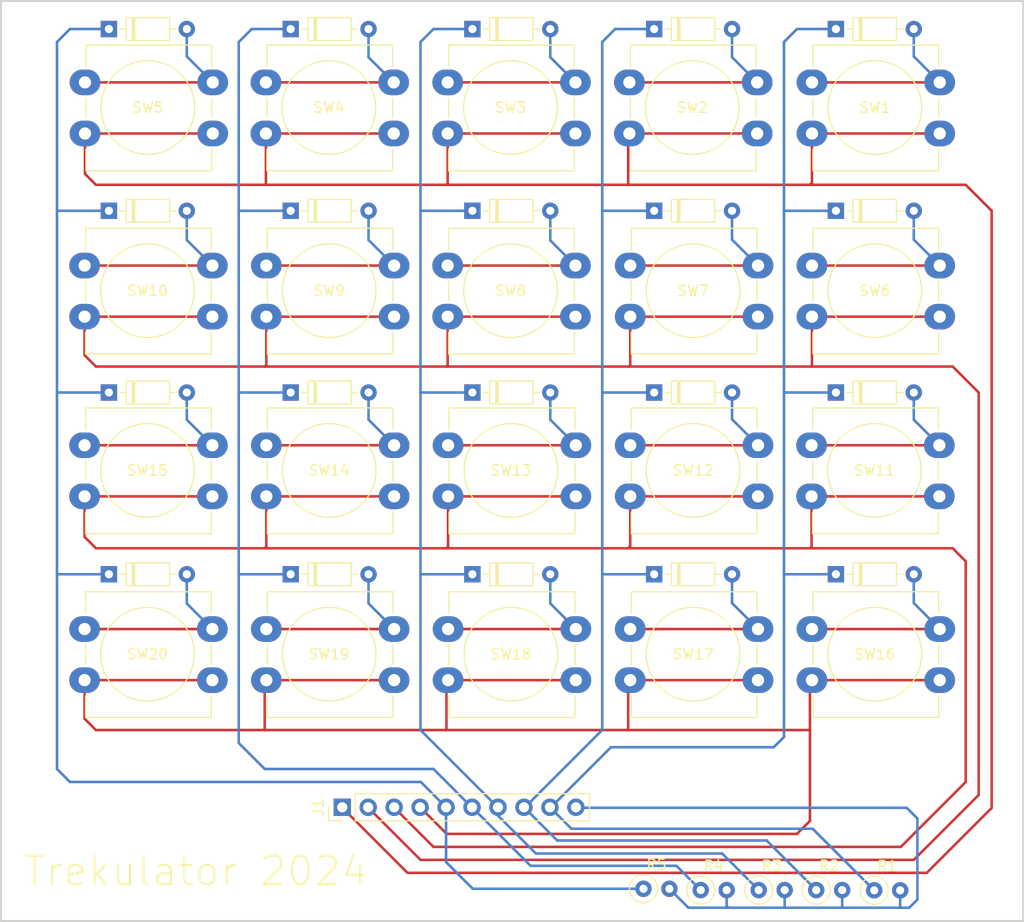
<source format=kicad_pcb>
(kicad_pcb (version 20221018) (generator pcbnew)
  (layers (0 "F.Cu" signal) (31 "B.Cu" signal) (34 "B.Paste" user) (35 "F.Paste" user) (36 "B.SilkS" user "B.Silkscreen") (37 "F.SilkS" user "F.Silkscreen") (38 "B.Mask" user) (39 "F.Mask" user) (44 "Edge.Cuts" user))
  (net 0 "")
  (net 1 "Net-(J1-Pin_1)")
  (net 2 "Net-(J1-Pin_2)")
  (net 3 "Net-(J1-Pin_3)")
  (net 4 "Net-(J1-Pin_4)")
  (net 5 "Net-(D1-K)")
  (net 6 "Net-(D1-A)")
  (net 7 "Net-(D2-A)")
  (net 8 "Net-(D3-A)")
  (net 9 "Net-(D4-A)")
  (net 10 "Net-(D5-K)")
  (net 11 "Net-(D5-A)")
  (net 12 "Net-(D6-A)")
  (net 13 "Net-(D7-A)")
  (net 14 "Net-(D8-A)")
  (net 15 "Net-(D10-K)")
  (net 16 "Net-(D9-A)")
  (net 17 "Net-(D10-A)")
  (net 18 "Net-(D11-A)")
  (net 19 "Net-(D12-A)")
  (net 20 "Net-(D13-K)")
  (net 21 "Net-(D13-A)")
  (net 22 "Net-(D14-A)")
  (net 23 "Net-(D15-A)")
  (net 24 "Net-(D16-A)")
  (net 25 "Net-(D17-K)")
  (net 26 "Net-(D17-A)")
  (net 27 "Net-(D18-A)")
  (net 28 "Net-(D19-A)")
  (net 29 "Net-(D20-A)")
  (net 30 "Net-(J1-Pin_10)")
  (footprint "Resistor_THT:R_Axial_DIN0207_L6.3mm_D2.5mm_P2.54mm_Vertical" (layer "F.Cu") (at 204.125 111.975)
    (fp_text reference "R3" (at 1.27 -2.37) (layer "F.SilkS"))
    (fp_text value "R_Small" hide)
    (pad "1" thru_hole circle (at 0 0) (size 1.6 1.6) (drill 0.8) (layers "*.Cu" "*.Mask") (net 15 "Net-(D10-K)"))
    (pad "2" thru_hole oval (at 2.54 0) (size 1.6 1.6) (drill 0.8) (layers "*.Cu" "*.Mask") (net 30 "Net-(J1-Pin_10)"))
  )
  (footprint "Button_Switch_THT:SW_PUSH-12mm_Wuerth-430476085716" (layer "F.Cu") (at 204.055 55.88 180)
    (fp_text reference "SW7" (at 6.35 2.54) (layer "F.SilkS"))
    (fp_text value "2-4" hide)
    (pad "1" thru_hole oval (at 0 0 180) (size 3 2.5) (drill 1.2) (layers "*.Cu" "*.Mask") (net 2 "Net-(J1-Pin_2)"))
    (pad "1" thru_hole oval (at 12.5 0 180) (size 3 2.5) (drill 1.2) (layers "*.Cu" "*.Mask") (net 2 "Net-(J1-Pin_2)"))
    (pad "2" thru_hole oval (at 0 5 180) (size 3 2.5) (drill 1.2) (layers "*.Cu" "*.Mask") (net 12 "Net-(D6-A)"))
    (pad "2" thru_hole oval (at 12.5 5 180) (size 3 2.5) (drill 1.2) (layers "*.Cu" "*.Mask") (net 12 "Net-(D6-A)"))
  )
  (footprint "Button_Switch_THT:SW_PUSH-12mm_Wuerth-430476085716" (layer "F.Cu") (at 186.195 55.88 180)
    (fp_text reference "SW8" (at 6.35 2.54) (layer "F.SilkS"))
    (fp_text value "2-3" hide)
    (pad "1" thru_hole oval (at 0 0 180) (size 3 2.5) (drill 1.2) (layers "*.Cu" "*.Mask") (net 2 "Net-(J1-Pin_2)"))
    (pad "1" thru_hole oval (at 12.5 0 180) (size 3 2.5) (drill 1.2) (layers "*.Cu" "*.Mask") (net 2 "Net-(J1-Pin_2)"))
    (pad "2" thru_hole oval (at 0 5 180) (size 3 2.5) (drill 1.2) (layers "*.Cu" "*.Mask") (net 17 "Net-(D10-A)"))
    (pad "2" thru_hole oval (at 12.5 5 180) (size 3 2.5) (drill 1.2) (layers "*.Cu" "*.Mask") (net 17 "Net-(D10-A)"))
  )
  (footprint "Diode_THT:D_DO-35_SOD27_P7.62mm_Horizontal" (layer "F.Cu") (at 140.555 27.74)
    (fp_text reference "D17" hide)
    (fp_text value "1N4148" hide)
    (pad "1" thru_hole rect (at 0 0) (size 1.6 1.6) (drill 0.8) (layers "*.Cu" "*.Mask") (net 25 "Net-(D17-K)"))
    (pad "2" thru_hole oval (at 7.62 0) (size 1.6 1.6) (drill 0.8) (layers "*.Cu" "*.Mask") (net 26 "Net-(D17-A)"))
  )
  (footprint "Diode_THT:D_DO-35_SOD27_P7.62mm_Horizontal" (layer "F.Cu") (at 158.335 45.52)
    (fp_text reference "D14" hide)
    (fp_text value "1N4148" hide)
    (pad "1" thru_hole rect (at 0 0) (size 1.6 1.6) (drill 0.8) (layers "*.Cu" "*.Mask") (net 20 "Net-(D13-K)"))
    (pad "2" thru_hole oval (at 7.62 0) (size 1.6 1.6) (drill 0.8) (layers "*.Cu" "*.Mask") (net 22 "Net-(D14-A)"))
  )
  (footprint "Button_Switch_THT:SW_PUSH-12mm_Wuerth-430476085716" (layer "F.Cu") (at 186.235 91.44 180)
    (fp_text reference "SW18" (at 6.35 2.54) (layer "F.SilkS"))
    (fp_text value "4-3" hide)
    (pad "1" thru_hole oval (at 0 0 180) (size 3 2.5) (drill 1.2) (layers "*.Cu" "*.Mask") (net 4 "Net-(J1-Pin_4)"))
    (pad "1" thru_hole oval (at 12.5 0 180) (size 3 2.5) (drill 1.2) (layers "*.Cu" "*.Mask") (net 4 "Net-(J1-Pin_4)"))
    (pad "2" thru_hole oval (at 0 5 180) (size 3 2.5) (drill 1.2) (layers "*.Cu" "*.Mask") (net 19 "Net-(D12-A)"))
    (pad "2" thru_hole oval (at 12.5 5 180) (size 3 2.5) (drill 1.2) (layers "*.Cu" "*.Mask") (net 19 "Net-(D12-A)"))
  )
  (footprint "Diode_THT:D_DO-35_SOD27_P7.62mm_Horizontal" (layer "F.Cu") (at 211.675 27.74)
    (fp_text reference "D1" hide)
    (fp_text value "1N4148" hide)
    (pad "1" thru_hole rect (at 0 0) (size 1.6 1.6) (drill 0.8) (layers "*.Cu" "*.Mask") (net 5 "Net-(D1-K)"))
    (pad "2" thru_hole oval (at 7.62 0) (size 1.6 1.6) (drill 0.8) (layers "*.Cu" "*.Mask") (net 6 "Net-(D1-A)"))
  )
  (footprint "Button_Switch_THT:SW_PUSH-12mm_Wuerth-430476085716" (layer "F.Cu") (at 221.835 91.44 180)
    (fp_text reference "SW16" (at 6.35 2.54) (layer "F.SilkS"))
    (fp_text value "4-5" hide)
    (pad "1" thru_hole oval (at 0 0 180) (size 3 2.5) (drill 1.2) (layers "*.Cu" "*.Mask") (net 4 "Net-(J1-Pin_4)"))
    (pad "1" thru_hole oval (at 12.5 0 180) (size 3 2.5) (drill 1.2) (layers "*.Cu" "*.Mask") (net 4 "Net-(J1-Pin_4)"))
    (pad "2" thru_hole oval (at 0 5 180) (size 3 2.5) (drill 1.2) (layers "*.Cu" "*.Mask") (net 9 "Net-(D4-A)"))
    (pad "2" thru_hole oval (at 12.5 5 180) (size 3 2.5) (drill 1.2) (layers "*.Cu" "*.Mask") (net 9 "Net-(D4-A)"))
  )
  (footprint "Button_Switch_THT:SW_PUSH-12mm_Wuerth-430476085716" (layer "F.Cu") (at 168.455 91.44 180)
    (fp_text reference "SW19" (at 6.35 2.54) (layer "F.SilkS"))
    (fp_text value "4-2" hide)
    (pad "1" thru_hole oval (at 0 0 180) (size 3 2.5) (drill 1.2) (layers "*.Cu" "*.Mask") (net 4 "Net-(J1-Pin_4)"))
    (pad "1" thru_hole oval (at 12.5 0 180) (size 3 2.5) (drill 1.2) (layers "*.Cu" "*.Mask") (net 4 "Net-(J1-Pin_4)"))
    (pad "2" thru_hole oval (at 0 5 180) (size 3 2.5) (drill 1.2) (layers "*.Cu" "*.Mask") (net 24 "Net-(D16-A)"))
    (pad "2" thru_hole oval (at 12.5 5 180) (size 3 2.5) (drill 1.2) (layers "*.Cu" "*.Mask") (net 24 "Net-(D16-A)"))
  )
  (footprint "Diode_THT:D_DO-35_SOD27_P7.62mm_Horizontal" (layer "F.Cu") (at 193.895 81.08)
    (fp_text reference "D8" hide)
    (fp_text value "1N4148" hide)
    (pad "1" thru_hole rect (at 0 0) (size 1.6 1.6) (drill 0.8) (layers "*.Cu" "*.Mask") (net 10 "Net-(D5-K)"))
    (pad "2" thru_hole oval (at 7.62 0) (size 1.6 1.6) (drill 0.8) (layers "*.Cu" "*.Mask") (net 14 "Net-(D8-A)"))
  )
  (footprint "Button_Switch_THT:SW_PUSH-12mm_Wuerth-430476085716" (layer "F.Cu") (at 186.235 73.46 180)
    (fp_text reference "SW13" (at 6.35 2.54) (layer "F.SilkS"))
    (fp_text value "3-3" hide)
    (pad "1" thru_hole oval (at 0 0 180) (size 3 2.5) (drill 1.2) (layers "*.Cu" "*.Mask") (net 3 "Net-(J1-Pin_3)"))
    (pad "1" thru_hole oval (at 12.5 0 180) (size 3 2.5) (drill 1.2) (layers "*.Cu" "*.Mask") (net 3 "Net-(J1-Pin_3)"))
    (pad "2" thru_hole oval (at 0 5 180) (size 3 2.5) (drill 1.2) (layers "*.Cu" "*.Mask") (net 18 "Net-(D11-A)"))
    (pad "2" thru_hole oval (at 12.5 5 180) (size 3 2.5) (drill 1.2) (layers "*.Cu" "*.Mask") (net 18 "Net-(D11-A)"))
  )
  (footprint "Button_Switch_THT:SW_PUSH-12mm_Wuerth-430476085716" (layer "F.Cu") (at 221.835 55.88 180)
    (fp_text reference "SW6" (at 6.35 2.54) (layer "F.SilkS"))
    (fp_text value "2-5" hide)
    (pad "1" thru_hole oval (at 0 0 180) (size 3 2.5) (drill 1.2) (layers "*.Cu" "*.Mask") (net 2 "Net-(J1-Pin_2)"))
    (pad "1" thru_hole oval (at 12.5 0 180) (size 3 2.5) (drill 1.2) (layers "*.Cu" "*.Mask") (net 2 "Net-(J1-Pin_2)"))
    (pad "2" thru_hole oval (at 0 5 180) (size 3 2.5) (drill 1.2) (layers "*.Cu" "*.Mask") (net 7 "Net-(D2-A)"))
    (pad "2" thru_hole oval (at 12.5 5 180) (size 3 2.5) (drill 1.2) (layers "*.Cu" "*.Mask") (net 7 "Net-(D2-A)"))
  )
  (footprint "Resistor_THT:R_Axial_DIN0207_L6.3mm_D2.5mm_P2.54mm_Vertical" (layer "F.Cu") (at 215.425 112)
    (fp_text reference "R1" (at 1.27 -2.37) (layer "F.SilkS"))
    (fp_text value "R_Small" hide)
    (pad "1" thru_hole circle (at 0 0) (size 1.6 1.6) (drill 0.8) (layers "*.Cu" "*.Mask") (net 5 "Net-(D1-K)"))
    (pad "2" thru_hole oval (at 2.54 0) (size 1.6 1.6) (drill 0.8) (layers "*.Cu" "*.Mask") (net 30 "Net-(J1-Pin_10)"))
  )
  (footprint "Resistor_THT:R_Axial_DIN0207_L6.3mm_D2.5mm_P2.54mm_Vertical" (layer "F.Cu") (at 198.45 111.975)
    (fp_text reference "R4" (at 1.27 -2.37) (layer "F.SilkS"))
    (fp_text value "R_Small" hide)
    (pad "1" thru_hole circle (at 0 0) (size 1.6 1.6) (drill 0.8) (layers "*.Cu" "*.Mask") (net 20 "Net-(D13-K)"))
    (pad "2" thru_hole oval (at 2.54 0) (size 1.6 1.6) (drill 0.8) (layers "*.Cu" "*.Mask") (net 30 "Net-(J1-Pin_10)"))
  )
  (footprint "Diode_THT:D_DO-35_SOD27_P7.62mm_Horizontal" (layer "F.Cu") (at 176.115 81.08)
    (fp_text reference "D12" hide)
    (fp_text value "1N4148" hide)
    (pad "1" thru_hole rect (at 0 0) (size 1.6 1.6) (drill 0.8) (layers "*.Cu" "*.Mask") (net 15 "Net-(D10-K)"))
    (pad "2" thru_hole oval (at 7.62 0) (size 1.6 1.6) (drill 0.8) (layers "*.Cu" "*.Mask") (net 19 "Net-(D12-A)"))
  )
  (footprint "Diode_THT:D_DO-35_SOD27_P7.62mm_Horizontal" (layer "F.Cu") (at 211.675 81.08)
    (fp_text reference "D4" hide)
    (fp_text value "1N4148" hide)
    (pad "1" thru_hole rect (at 0 0) (size 1.6 1.6) (drill 0.8) (layers "*.Cu" "*.Mask") (net 5 "Net-(D1-K)"))
    (pad "2" thru_hole oval (at 7.62 0) (size 1.6 1.6) (drill 0.8) (layers "*.Cu" "*.Mask") (net 9 "Net-(D4-A)"))
  )
  (footprint "Diode_THT:D_DO-35_SOD27_P7.62mm_Horizontal" (layer "F.Cu") (at 193.895 27.74)
    (fp_text reference "D5" hide)
    (fp_text value "1N4148" hide)
    (pad "1" thru_hole rect (at 0 0) (size 1.6 1.6) (drill 0.8) (layers "*.Cu" "*.Mask") (net 10 "Net-(D5-K)"))
    (pad "2" thru_hole oval (at 7.62 0) (size 1.6 1.6) (drill 0.8) (layers "*.Cu" "*.Mask") (net 11 "Net-(D5-A)"))
  )
  (footprint "Button_Switch_THT:SW_PUSH-12mm_Wuerth-430476085716" (layer "F.Cu") (at 186.195 37.96 180)
    (fp_text reference "SW3" (at 6.35 2.54) (layer "F.SilkS"))
    (fp_text value "1-3" hide)
    (pad "1" thru_hole oval (at 0 0 180) (size 3 2.5) (drill 1.2) (layers "*.Cu" "*.Mask") (net 1 "Net-(J1-Pin_1)"))
    (pad "1" thru_hole oval (at 12.5 0 180) (size 3 2.5) (drill 1.2) (layers "*.Cu" "*.Mask") (net 1 "Net-(J1-Pin_1)"))
    (pad "2" thru_hole oval (at 0 5 180) (size 3 2.5) (drill 1.2) (layers "*.Cu" "*.Mask") (net 16 "Net-(D9-A)"))
    (pad "2" thru_hole oval (at 12.5 5 180) (size 3 2.5) (drill 1.2) (layers "*.Cu" "*.Mask") (net 16 "Net-(D9-A)"))
  )
  (footprint "Diode_THT:D_DO-35_SOD27_P7.62mm_Horizontal" (layer "F.Cu") (at 211.675 45.52)
    (fp_text reference "D2" hide)
    (fp_text value "1N4148" hide)
    (pad "1" thru_hole rect (at 0 0) (size 1.6 1.6) (drill 0.8) (layers "*.Cu" "*.Mask") (net 5 "Net-(D1-K)"))
    (pad "2" thru_hole oval (at 7.62 0) (size 1.6 1.6) (drill 0.8) (layers "*.Cu" "*.Mask") (net 7 "Net-(D2-A)"))
  )
  (footprint "Diode_THT:D_DO-35_SOD27_P7.62mm_Horizontal" (layer "F.Cu") (at 140.555 45.52)
    (fp_text reference "D18" hide)
    (fp_text value "1N4148" hide)
    (pad "1" thru_hole rect (at 0 0) (size 1.6 1.6) (drill 0.8) (layers "*.Cu" "*.Mask") (net 25 "Net-(D17-K)"))
    (pad "2" thru_hole oval (at 7.62 0) (size 1.6 1.6) (drill 0.8) (layers "*.Cu" "*.Mask") (net 27 "Net-(D18-A)"))
  )
  (footprint "Button_Switch_THT:SW_PUSH-12mm_Wuerth-430476085716" (layer "F.Cu") (at 150.715 37.96 180)
    (fp_text reference "SW5" (at 6.35 2.54) (layer "F.SilkS"))
    (fp_text value "1-1" hide)
    (pad "1" thru_hole oval (at 0 0 180) (size 3 2.5) (drill 1.2) (layers "*.Cu" "*.Mask") (net 1 "Net-(J1-Pin_1)"))
    (pad "1" thru_hole oval (at 12.5 0 180) (size 3 2.5) (drill 1.2) (layers "*.Cu" "*.Mask") (net 1 "Net-(J1-Pin_1)"))
    (pad "2" thru_hole oval (at 0 5 180) (size 3 2.5) (drill 1.2) (layers "*.Cu" "*.Mask") (net 26 "Net-(D17-A)"))
    (pad "2" thru_hole oval (at 12.5 5 180) (size 3 2.5) (drill 1.2) (layers "*.Cu" "*.Mask") (net 26 "Net-(D17-A)"))
  )
  (footprint "Button_Switch_THT:SW_PUSH-12mm_Wuerth-430476085716" (layer "F.Cu") (at 203.975 37.96 180)
    (fp_text reference "SW2" (at 6.35 2.54) (layer "F.SilkS"))
    (fp_text value "1-4" hide)
    (pad "1" thru_hole oval (at 0 0 180) (size 3 2.5) (drill 1.2) (layers "*.Cu" "*.Mask") (net 1 "Net-(J1-Pin_1)"))
    (pad "1" thru_hole oval (at 12.5 0 180) (size 3 2.5) (drill 1.2) (layers "*.Cu" "*.Mask") (net 1 "Net-(J1-Pin_1)"))
    (pad "2" thru_hole oval (at 0 5 180) (size 3 2.5) (drill 1.2) (layers "*.Cu" "*.Mask") (net 11 "Net-(D5-A)"))
    (pad "2" thru_hole oval (at 12.5 5 180) (size 3 2.5) (drill 1.2) (layers "*.Cu" "*.Mask") (net 11 "Net-(D5-A)"))
  )
  (footprint "Button_Switch_THT:SW_PUSH-12mm_Wuerth-430476085716" (layer "F.Cu") (at 168.415 37.96 180)
    (fp_text reference "SW4" (at 6.35 2.54) (layer "F.SilkS"))
    (fp_text value "1-2" hide)
    (pad "1" thru_hole oval (at 0 0 180) (size 3 2.5) (drill 1.2) (layers "*.Cu" "*.Mask") (net 1 "Net-(J1-Pin_1)"))
    (pad "1" thru_hole oval (at 12.5 0 180) (size 3 2.5) (drill 1.2) (layers "*.Cu" "*.Mask") (net 1 "Net-(J1-Pin_1)"))
    (pad "2" thru_hole oval (at 0 5 180) (size 3 2.5) (drill 1.2) (layers "*.Cu" "*.Mask") (net 21 "Net-(D13-A)"))
    (pad "2" thru_hole oval (at 12.5 5 180) (size 3 2.5) (drill 1.2) (layers "*.Cu" "*.Mask") (net 21 "Net-(D13-A)"))
  )
  (footprint "Resistor_THT:R_Axial_DIN0207_L6.3mm_D2.5mm_P2.54mm_Vertical" (layer "F.Cu") (at 192.85 111.85)
    (fp_text reference "R5" (at 1.27 -2.37) (layer "F.SilkS"))
    (fp_text value "R_Small" hide)
    (pad "1" thru_hole circle (at 0 0) (size 1.6 1.6) (drill 0.8) (layers "*.Cu" "*.Mask") (net 25 "Net-(D17-K)"))
    (pad "2" thru_hole oval (at 2.54 0) (size 1.6 1.6) (drill 0.8) (layers "*.Cu" "*.Mask") (net 30 "Net-(J1-Pin_10)"))
  )
  (footprint "Button_Switch_THT:SW_PUSH-12mm_Wuerth-430476085716" (layer "F.Cu") (at 150.675 73.46 180)
    (fp_text reference "SW15" (at 6.35 2.54) (layer "F.SilkS"))
    (fp_text value "3-1" hide)
    (pad "1" thru_hole oval (at 0 0 180) (size 3 2.5) (drill 1.2) (layers "*.Cu" "*.Mask") (net 3 "Net-(J1-Pin_3)"))
    (pad "1" thru_hole oval (at 12.5 0 180) (size 3 2.5) (drill 1.2) (layers "*.Cu" "*.Mask") (net 3 "Net-(J1-Pin_3)"))
    (pad "2" thru_hole oval (at 0 5 180) (size 3 2.5) (drill 1.2) (layers "*.Cu" "*.Mask") (net 28 "Net-(D19-A)"))
    (pad "2" thru_hole oval (at 12.5 5 180) (size 3 2.5) (drill 1.2) (layers "*.Cu" "*.Mask") (net 28 "Net-(D19-A)"))
  )
  (footprint "Diode_THT:D_DO-35_SOD27_P7.62mm_Horizontal" (layer "F.Cu") (at 176.115 27.74)
    (fp_text reference "D9" hide)
    (fp_text value "1N4148" hide)
    (pad "1" thru_hole rect (at 0 0) (size 1.6 1.6) (drill 0.8) (layers "*.Cu" "*.Mask") (net 15 "Net-(D10-K)"))
    (pad "2" thru_hole oval (at 7.62 0) (size 1.6 1.6) (drill 0.8) (layers "*.Cu" "*.Mask") (net 16 "Net-(D9-A)"))
  )
  (footprint "Diode_THT:D_DO-35_SOD27_P7.62mm_Horizontal" (layer "F.Cu") (at 158.335 27.74)
    (fp_text reference "D13" hide)
    (fp_text value "1N4148" hide)
    (pad "1" thru_hole rect (at 0 0) (size 1.6 1.6) (drill 0.8) (layers "*.Cu" "*.Mask") (net 20 "Net-(D13-K)"))
    (pad "2" thru_hole oval (at 7.62 0) (size 1.6 1.6) (drill 0.8) (layers "*.Cu" "*.Mask") (net 21 "Net-(D13-A)"))
  )
  (footprint "Button_Switch_THT:SW_PUSH-12mm_Wuerth-430476085716" (layer "F.Cu") (at 168.455 73.46 180)
    (fp_text reference "SW14" (at 6.35 2.54) (layer "F.SilkS"))
    (fp_text value "3-2" hide)
    (pad "1" thru_hole oval (at 0 0 180) (size 3 2.5) (drill 1.2) (layers "*.Cu" "*.Mask") (net 3 "Net-(J1-Pin_3)"))
    (pad "1" thru_hole oval (at 12.5 0 180) (size 3 2.5) (drill 1.2) (layers "*.Cu" "*.Mask") (net 3 "Net-(J1-Pin_3)"))
    (pad "2" thru_hole oval (at 0 5 180) (size 3 2.5) (drill 1.2) (layers "*.Cu" "*.Mask") (net 23 "Net-(D15-A)"))
    (pad "2" thru_hole oval (at 12.5 5 180) (size 3 2.5) (drill 1.2) (layers "*.Cu" "*.Mask") (net 23 "Net-(D15-A)"))
  )
  (footprint "Diode_THT:D_DO-35_SOD27_P7.62mm_Horizontal" (layer "F.Cu") (at 211.675 63.3)
    (fp_text reference "D3" hide)
    (fp_text value "1N4148" hide)
    (pad "1" thru_hole rect (at 0 0) (size 1.6 1.6) (drill 0.8) (layers "*.Cu" "*.Mask") (net 5 "Net-(D1-K)"))
    (pad "2" thru_hole oval (at 7.62 0) (size 1.6 1.6) (drill 0.8) (layers "*.Cu" "*.Mask") (net 8 "Net-(D3-A)"))
  )
  (footprint "Diode_THT:D_DO-35_SOD27_P7.62mm_Horizontal" (layer "F.Cu") (at 176.115 63.3)
    (fp_text reference "D11" hide)
    (fp_text value "1N4148" hide)
    (pad "1" thru_hole rect (at 0 0) (size 1.6 1.6) (drill 0.8) (layers "*.Cu" "*.Mask") (net 15 "Net-(D10-K)"))
    (pad "2" thru_hole oval (at 7.62 0) (size 1.6 1.6) (drill 0.8) (layers "*.Cu" "*.Mask") (net 18 "Net-(D11-A)"))
  )
  (footprint "Connector_PinHeader_2.54mm:PinHeader_1x10_P2.54mm_Vertical" (layer "F.Cu") (at 163.38 103.875 90)
    (fp_text reference "J1" (at 0 -2.33 90) (layer "F.SilkS"))
    (fp_text value "Conn_01x10_Pin" hide)
    (pad "1" thru_hole rect (at 0 0 90) (size 1.7 1.7) (drill 1) (layers "*.Cu" "*.Mask") (net 1 "Net-(J1-Pin_1)"))
    (pad "2" thru_hole oval (at 0 2.54 90) (size 1.7 1.7) (drill 1) (layers "*.Cu" "*.Mask") (net 2 "Net-(J1-Pin_2)"))
    (pad "3" thru_hole oval (at 0 5.08 90) (size 1.7 1.7) (drill 1) (layers "*.Cu" "*.Mask") (net 3 "Net-(J1-Pin_3)"))
    (pad "4" thru_hole oval (at 0 7.62 90) (size 1.7 1.7) (drill 1) (layers "*.Cu" "*.Mask") (net 4 "Net-(J1-Pin_4)"))
    (pad "5" thru_hole oval (at 0 10.16 90) (size 1.7 1.7) (drill 1) (layers "*.Cu" "*.Mask") (net 25 "Net-(D17-K)"))
    (pad "6" thru_hole oval (at 0 12.7 90) (size 1.7 1.7) (drill 1) (layers "*.Cu" "*.Mask") (net 20 "Net-(D13-K)"))
    (pad "7" thru_hole oval (at 0 15.24 90) (size 1.7 1.7) (drill 1) (layers "*.Cu" "*.Mask") (net 15 "Net-(D10-K)"))
    (pad "8" thru_hole oval (at 0 17.78 90) (size 1.7 1.7) (drill 1) (layers "*.Cu" "*.Mask") (net 10 "Net-(D5-K)"))
    (pad "9" thru_hole oval (at 0 20.32 90) (size 1.7 1.7) (drill 1) (layers "*.Cu" "*.Mask") (net 5 "Net-(D1-K)"))
    (pad "10" thru_hole oval (at 0 22.86 90) (size 1.7 1.7) (drill 1) (layers "*.Cu" "*.Mask") (net 30 "Net-(J1-Pin_10)"))
  )
  (footprint "Diode_THT:D_DO-35_SOD27_P7.62mm_Horizontal" (layer "F.Cu") (at 158.335 63.3)
    (fp_text reference "D15" hide)
    (fp_text value "1N4148" hide)
    (pad "1" thru_hole rect (at 0 0) (size 1.6 1.6) (drill 0.8) (layers "*.Cu" "*.Mask") (net 20 "Net-(D13-K)"))
    (pad "2" thru_hole oval (at 7.62 0) (size 1.6 1.6) (drill 0.8) (layers "*.Cu" "*.Mask") (net 23 "Net-(D15-A)"))
  )
  (footprint "Diode_THT:D_DO-35_SOD27_P7.62mm_Horizontal" (layer "F.Cu") (at 140.555 63.3)
    (fp_text reference "D19" hide)
    (fp_text value "1N4148" hide)
    (pad "1" thru_hole rect (at 0 0) (size 1.6 1.6) (drill 0.8) (layers "*.Cu" "*.Mask") (net 25 "Net-(D17-K)"))
    (pad "2" thru_hole oval (at 7.62 0) (size 1.6 1.6) (drill 0.8) (layers "*.Cu" "*.Mask") (net 28 "Net-(D19-A)"))
  )
  (footprint "Diode_THT:D_DO-35_SOD27_P7.62mm_Horizontal" (layer "F.Cu") (at 176.115 45.52)
    (fp_text reference "D10" hide)
    (fp_text value "1N4148" hide)
    (pad "1" thru_hole rect (at 0 0) (size 1.6 1.6) (drill 0.8) (layers "*.Cu" "*.Mask") (net 15 "Net-(D10-K)"))
    (pad "2" thru_hole oval (at 7.62 0) (size 1.6 1.6) (drill 0.8) (layers "*.Cu" "*.Mask") (net 17 "Net-(D10-A)"))
  )
  (footprint "Button_Switch_THT:SW_PUSH-12mm_Wuerth-430476085716" (layer "F.Cu") (at 204.055 91.44 180)
    (fp_text reference "SW17" (at 6.35 2.54) (layer "F.SilkS"))
    (fp_text value "4-4" hide)
    (pad "1" thru_hole oval (at 0 0 180) (size 3 2.5) (drill 1.2) (layers "*.Cu" "*.Mask") (net 4 "Net-(J1-Pin_4)"))
    (pad "1" thru_hole oval (at 12.5 0 180) (size 3 2.5) (drill 1.2) (layers "*.Cu" "*.Mask") (net 4 "Net-(J1-Pin_4)"))
    (pad "2" thru_hole oval (at 0 5 180) (size 3 2.5) (drill 1.2) (layers "*.Cu" "*.Mask") (net 14 "Net-(D8-A)"))
    (pad "2" thru_hole oval (at 12.5 5 180) (size 3 2.5) (drill 1.2) (layers "*.Cu" "*.Mask") (net 14 "Net-(D8-A)"))
  )
  (footprint "Button_Switch_THT:SW_PUSH-12mm_Wuerth-430476085716" (layer "F.Cu") (at 168.455 55.88 180)
    (fp_text reference "SW9" (at 6.35 2.54) (layer "F.SilkS"))
    (fp_text value "2-2" hide)
    (pad "1" thru_hole oval (at 0 0 180) (size 3 2.5) (drill 1.2) (layers "*.Cu" "*.Mask") (net 2 "Net-(J1-Pin_2)"))
    (pad "1" thru_hole oval (at 12.5 0 180) (size 3 2.5) (drill 1.2) (layers "*.Cu" "*.Mask") (net 2 "Net-(J1-Pin_2)"))
    (pad "2" thru_hole oval (at 0 5 180) (size 3 2.5) (drill 1.2) (layers "*.Cu" "*.Mask") (net 22 "Net-(D14-A)"))
    (pad "2" thru_hole oval (at 12.5 5 180) (size 3 2.5) (drill 1.2) (layers "*.Cu" "*.Mask") (net 22 "Net-(D14-A)"))
  )
  (footprint "Diode_THT:D_DO-35_SOD27_P7.62mm_Horizontal" (layer "F.Cu") (at 193.895 63.3)
    (fp_text reference "D7" hide)
    (fp_text value "1N4148" hide)
    (pad "1" thru_hole rect (at 0 0) (size 1.6 1.6) (drill 0.8) (layers "*.Cu" "*.Mask") (net 10 "Net-(D5-K)"))
    (pad "2" thru_hole oval (at 7.62 0) (size 1.6 1.6) (drill 0.8) (layers "*.Cu" "*.Mask") (net 13 "Net-(D7-A)"))
  )
  (footprint "Diode_THT:D_DO-35_SOD27_P7.62mm_Horizontal" (layer "F.Cu") (at 140.555 81.08)
    (fp_text reference "D20" hide)
    (fp_text value "1N4148" hide)
    (pad "1" thru_hole rect (at 0 0) (size 1.6 1.6) (drill 0.8) (layers "*.Cu" "*.Mask") (net 25 "Net-(D17-K)"))
    (pad "2" thru_hole oval (at 7.62 0) (size 1.6 1.6) (drill 0.8) (layers "*.Cu" "*.Mask") (net 29 "Net-(D20-A)"))
  )
  (footprint "Resistor_THT:R_Axial_DIN0207_L6.3mm_D2.5mm_P2.54mm_Vertical" (layer "F.Cu") (at 209.75 111.975)
    (fp_text reference "R2" (at 1.27 -2.37) (layer "F.SilkS"))
    (fp_text value "R_Small" hide)
    (pad "1" thru_hole circle (at 0 0) (size 1.6 1.6) (drill 0.8) (layers "*.Cu" "*.Mask") (net 10 "Net-(D5-K)"))
    (pad "2" thru_hole oval (at 2.54 0) (size 1.6 1.6) (drill 0.8) (layers "*.Cu" "*.Mask") (net 30 "Net-(J1-Pin_10)"))
  )
  (footprint "Button_Switch_THT:SW_PUSH-12mm_Wuerth-430476085716" (layer "F.Cu") (at 150.675 91.44 180)
    (fp_text reference "SW20" (at 6.35 2.54) (layer "F.SilkS"))
    (fp_text value "4-1" hide)
    (pad "1" thru_hole oval (at 0 0 180) (size 3 2.5) (drill 1.2) (layers "*.Cu" "*.Mask") (net 4 "Net-(J1-Pin_4)"))
    (pad "1" thru_hole oval (at 12.5 0 180) (size 3 2.5) (drill 1.2) (layers "*.Cu" "*.Mask") (net 4 "Net-(J1-Pin_4)"))
    (pad "2" thru_hole oval (at 0 5 180) (size 3 2.5) (drill 1.2) (layers "*.Cu" "*.Mask") (net 29 "Net-(D20-A)"))
    (pad "2" thru_hole oval (at 12.5 5 180) (size 3 2.5) (drill 1.2) (layers "*.Cu" "*.Mask") (net 29 "Net-(D20-A)"))
  )
  (footprint "Diode_THT:D_DO-35_SOD27_P7.62mm_Horizontal" (layer "F.Cu") (at 158.335 81.08)
    (fp_text reference "D16" hide)
    (fp_text value "1N4148" hide)
    (pad "1" thru_hole rect (at 0 0) (size 1.6 1.6) (drill 0.8) (layers "*.Cu" "*.Mask") (net 20 "Net-(D13-K)"))
    (pad "2" thru_hole oval (at 7.62 0) (size 1.6 1.6) (drill 0.8) (layers "*.Cu" "*.Mask") (net 24 "Net-(D16-A)"))
  )
  (footprint "Diode_THT:D_DO-35_SOD27_P7.62mm_Horizontal" (layer "F.Cu") (at 193.895 45.52)
    (fp_text reference "D6" hide)
    (fp_text value "1N4148" hide)
    (pad "1" thru_hole rect (at 0 0) (size 1.6 1.6) (drill 0.8) (layers "*.Cu" "*.Mask") (net 10 "Net-(D5-K)"))
    (pad "2" thru_hole oval (at 7.62 0) (size 1.6 1.6) (drill 0.8) (layers "*.Cu" "*.Mask") (net 12 "Net-(D6-A)"))
  )
  (footprint "Button_Switch_THT:SW_PUSH-12mm_Wuerth-430476085716" (layer "F.Cu") (at 221.795 73.46 180)
    (fp_text reference "SW11" (at 6.35 2.54) (layer "F.SilkS"))
    (fp_text value "3-5" hide)
    (pad "1" thru_hole oval (at 0 0 180) (size 3 2.5) (drill 1.2) (layers "*.Cu" "*.Mask") (net 3 "Net-(J1-Pin_3)"))
    (pad "1" thru_hole oval (at 12.5 0 180) (size 3 2.5) (drill 1.2) (layers "*.Cu" "*.Mask") (net 3 "Net-(J1-Pin_3)"))
    (pad "2" thru_hole oval (at 0 5 180) (size 3 2.5) (drill 1.2) (layers "*.Cu" "*.Mask") (net 8 "Net-(D3-A)"))
    (pad "2" thru_hole oval (at 12.5 5 180) (size 3 2.5) (drill 1.2) (layers "*.Cu" "*.Mask") (net 8 "Net-(D3-A)"))
  )
  (footprint "Button_Switch_THT:SW_PUSH-12mm_Wuerth-430476085716" (layer "F.Cu") (at 221.835 37.96 180)
    (fp_text reference "SW1" (at 6.35 2.54) (layer "F.SilkS"))
    (fp_text value "1-5" hide)
    (pad "1" thru_hole oval (at 0 0 180) (size 3 2.5) (drill 1.2) (layers "*.Cu" "*.Mask") (net 1 "Net-(J1-Pin_1)"))
    (pad "1" thru_hole oval (at 12.5 0 180) (size 3 2.5) (drill 1.2) (layers "*.Cu" "*.Mask") (net 1 "Net-(J1-Pin_1)"))
    (pad "2" thru_hole oval (at 0 5 180) (size 3 2.5) (drill 1.2) (layers "*.Cu" "*.Mask") (net 6 "Net-(D1-A)"))
    (pad "2" thru_hole oval (at 12.5 5 180) (size 3 2.5) (drill 1.2) (layers "*.Cu" "*.Mask") (net 6 "Net-(D1-A)"))
  )
  (footprint "Button_Switch_THT:SW_PUSH-12mm_Wuerth-430476085716" (layer "F.Cu") (at 204.055 73.46 180)
    (fp_text reference "SW12" (at 6.35 2.54) (layer "F.SilkS"))
    (fp_text value "3-4" hide)
    (pad "1" thru_hole oval (at 0 0 180) (size 3 2.5) (drill 1.2) (layers "*.Cu" "*.Mask") (net 3 "Net-(J1-Pin_3)"))
    (pad "1" thru_hole oval (at 12.5 0 180) (size 3 2.5) (drill 1.2) (layers "*.Cu" "*.Mask") (net 3 "Net-(J1-Pin_3)"))
    (pad "2" thru_hole oval (at 0 5 180) (size 3 2.5) (drill 1.2) (layers "*.Cu" "*.Mask") (net 13 "Net-(D7-A)"))
    (pad "2" thru_hole oval (at 12.5 5 180) (size 3 2.5) (drill 1.2) (layers "*.Cu" "*.Mask") (net 13 "Net-(D7-A)"))
  )
  (footprint "Button_Switch_THT:SW_PUSH-12mm_Wuerth-430476085716" (layer "F.Cu") (at 150.675 55.88 180)
    (fp_text reference "SW10" (at 6.35 2.54) (layer "F.SilkS"))
    (fp_text value "2-1" hide)
    (pad "1" thru_hole oval (at 0 0 180) (size 3 2.5) (drill 1.2) (layers "*.Cu" "*.Mask") (net 2 "Net-(J1-Pin_2)"))
    (pad "1" thru_hole oval (at 12.5 0 180) (size 3 2.5) (drill 1.2) (layers "*.Cu" "*.Mask") (net 2 "Net-(J1-Pin_2)"))
    (pad "2" thru_hole oval (at 0 5 180) (size 3 2.5) (drill 1.2) (layers "*.Cu" "*.Mask") (net 27 "Net-(D18-A)"))
    (pad "2" thru_hole oval (at 12.5 5 180) (size 3 2.5) (drill 1.2) (layers "*.Cu" "*.Mask") (net 27 "Net-(D18-A)"))
  )
  (gr_line (start 130 25) (end 230 25) (stroke (width 0.2)) (layer "Edge.Cuts"))
  (gr_line (start 230 115) (end 130 115) (stroke (width 0.2)) (layer "Edge.Cuts"))
  (gr_line (start 230 25) (end 230 115) (stroke (width 0.2)) (layer "Edge.Cuts"))
  (gr_line (start 130 115) (end 130 25) (stroke (width 0.2)) (layer "Edge.Cuts"))
  (gr_text "Trekulator 2024" (at 132.08 111.76) (layer "F.SilkS") (effects (font (size 2.8 2.8) (thickness 0.2) bold) (justify left bottom)))
  (segment (start 173.575 42.98) (end 191.355 42.98) (width 0.25) (layer "F.Cu") (net 1))
  (segment (start 173.695 37.96) (end 173.695 42.86) (width 0.25) (layer "F.Cu") (net 1))
  (segment (start 191.355 38.08) (end 191.355 42.98) (width 0.25) (layer "F.Cu") (net 1))
  (segment (start 209.335 37.96) (end 209.335 42.78) (width 0.25) (layer "F.Cu") (net 1))
  (segment (start 226.915 103.94) (end 226.915 45.52) (width 0.25) (layer "F.Cu") (net 1))
  (segment (start 186.195 37.96) (end 173.695 37.96) (width 0.25) (layer "F.Cu") (net 1))
  (segment (start 224.375 42.98) (end 209.135 42.98) (width 0.25) (layer "F.Cu") (net 1))
  (segment (start 155.915 37.96) (end 155.915 42.86) (width 0.25) (layer "F.Cu") (net 1))
  (segment (start 221.835 37.96) (end 209.335 37.96) (width 0.25) (layer "F.Cu") (net 1))
  (segment (start 163.415 103.94) (end 169.765 110.29) (width 0.25) (layer "F.Cu") (net 1))
  (segment (start 150.715 37.96) (end 138.215 37.96) (width 0.25) (layer "F.Cu") (net 1))
  (segment (start 203.975 37.96) (end 191.475 37.96) (width 0.25) (layer "F.Cu") (net 1))
  (segment (start 191.475 37.96) (end 191.355 38.08) (width 0.25) (layer "F.Cu") (net 1))
  (segment (start 209.335 42.78) (end 209.135 42.98) (width 0.25) (layer "F.Cu") (net 1))
  (segment (start 173.575 42.98) (end 139.285 42.98) (width 0.25) (layer "F.Cu") (net 1))
  (segment (start 169.765 110.29) (end 220.565 110.29) (width 0.25) (layer "F.Cu") (net 1))
  (segment (start 168.415 37.96) (end 155.915 37.96) (width 0.25) (layer "F.Cu") (net 1))
  (segment (start 138.215 37.96) (end 138.215 41.91) (width 0.25) (layer "F.Cu") (net 1))
  (segment (start 226.915 45.52) (end 224.375 42.98) (width 0.25) (layer "F.Cu") (net 1))
  (segment (start 138.215 41.91) (end 139.285 42.98) (width 0.25) (layer "F.Cu") (net 1))
  (segment (start 220.565 110.29) (end 226.915 103.94) (width 0.25) (layer "F.Cu") (net 1))
  (segment (start 191.355 42.98) (end 209.135 42.98) (width 0.25) (layer "F.Cu") (net 1))
  (segment (start 173.695 42.86) (end 173.575 42.98) (width 0.25) (layer "F.Cu") (net 1))
  (segment (start 173.695 55.88) (end 186.195 55.88) (width 0.25) (layer "F.Cu") (net 2))
  (segment (start 225.645 102.67) (end 225.645 63.3) (width 0.25) (layer "F.Cu") (net 2))
  (segment (start 173.695 60.64) (end 173.575 60.76) (width 0.25) (layer "F.Cu") (net 2))
  (segment (start 138.175 59.65) (end 139.285 60.76) (width 0.25) (layer "F.Cu") (net 2))
  (segment (start 191.555 55.88) (end 191.555 60.725) (width 0.25) (layer "F.Cu") (net 2))
  (segment (start 223.105 60.76) (end 209.29 60.76) (width 0.25) (layer "F.Cu") (net 2))
  (segment (start 155.795 60.76) (end 173.575 60.76) (width 0.25) (layer "F.Cu") (net 2))
  (segment (start 219.295 109.02) (end 225.645 102.67) (width 0.25) (layer "F.Cu") (net 2))
  (segment (start 173.575 60.76) (end 191.355 60.76) (width 0.25) (layer "F.Cu") (net 2))
  (segment (start 138.175 55.88) (end 150.675 55.88) (width 0.25) (layer "F.Cu") (net 2))
  (segment (start 165.955 103.94) (end 171.035 109.02) (width 0.25) (layer "F.Cu") (net 2))
  (segment (start 155.955 60.6) (end 155.795 60.76) (width 0.25) (layer "F.Cu") (net 2))
  (segment (start 209.335 55.88) (end 221.835 55.88) (width 0.25) (layer "F.Cu") (net 2))
  (segment (start 171.035 109.02) (end 219.295 109.02) (width 0.25) (layer "F.Cu") (net 2))
  (segment (start 155.955 55.88) (end 168.455 55.88) (width 0.25) (layer "F.Cu") (net 2))
  (segment (start 191.555 55.88) (end 204.055 55.88) (width 0.25) (layer "F.Cu") (net 2))
  (segment (start 209.29 60.76) (end 191.355 60.76) (width 0.25) (layer "F.Cu") (net 2))
  (segment (start 209.335 60.715) (end 209.29 60.76) (width 0.25) (layer "F.Cu") (net 2))
  (segment (start 155.955 55.88) (end 155.955 60.6) (width 0.25) (layer "F.Cu") (net 2))
  (segment (start 139.285 60.76) (end 155.795 60.76) (width 0.25) (layer "F.Cu") (net 2))
  (segment (start 209.335 55.88) (end 209.335 60.715) (width 0.25) (layer "F.Cu") (net 2))
  (segment (start 138.175 55.88) (end 138.175 59.65) (width 0.25) (layer "F.Cu") (net 2))
  (segment (start 173.695 55.88) (end 173.695 60.64) (width 0.25) (layer "F.Cu") (net 2))
  (segment (start 225.645 63.3) (end 223.105 60.76) (width 0.25) (layer "F.Cu") (net 2))
  (segment (start 224.375 79.81) (end 223.105 78.54) (width 0.25) (layer "F.Cu") (net 3))
  (segment (start 155.955 73.46) (end 155.955 78.38) (width 0.25) (layer "F.Cu") (net 3))
  (segment (start 209.295 78.4) (end 209.155 78.54) (width 0.25) (layer "F.Cu") (net 3))
  (segment (start 168.495 103.94) (end 172.305 107.75) (width 0.25) (layer "F.Cu") (net 3))
  (segment (start 150.675 73.46) (end 138.175 73.46) (width 0.25) (layer "F.Cu") (net 3))
  (segment (start 168.455 73.46) (end 155.955 73.46) (width 0.25) (layer "F.Cu") (net 3))
  (segment (start 186.235 73.46) (end 173.735 73.46) (width 0.25) (layer "F.Cu") (net 3))
  (segment (start 139.285 78.54) (end 173.575 78.54) (width 0.25) (layer "F.Cu") (net 3))
  (segment (start 191.555 78.34) (end 191.355 78.54) (width 0.25) (layer "F.Cu") (net 3))
  (segment (start 224.375 101.4) (end 224.375 79.81) (width 0.25) (layer "F.Cu") (net 3))
  (segment (start 221.795 73.46) (end 209.295 73.46) (width 0.25) (layer "F.Cu") (net 3))
  (segment (start 209.155 78.54) (end 191.355 78.54) (width 0.25) (layer "F.Cu") (net 3))
  (segment (start 218.025 107.75) (end 224.375 101.4) (width 0.25) (layer "F.Cu") (net 3))
  (segment (start 173.735 73.46) (end 173.735 78.38) (width 0.25) (layer "F.Cu") (net 3))
  (segment (start 138.175 77.43) (end 139.285 78.54) (width 0.25) (layer "F.Cu") (net 3))
  (segment (start 155.955 78.38) (end 155.795 78.54) (width 0.25) (layer "F.Cu") (net 3))
  (segment (start 173.575 78.54) (end 191.355 78.54) (width 0.25) (layer "F.Cu") (net 3))
  (segment (start 223.105 78.54) (end 209.155 78.54) (width 0.25) (layer "F.Cu") (net 3))
  (segment (start 191.555 73.46) (end 191.555 78.34) (width 0.25) (layer "F.Cu") (net 3))
  (segment (start 173.735 78.38) (end 173.575 78.54) (width 0.25) (layer "F.Cu") (net 3))
  (segment (start 138.175 73.46) (end 138.175 77.43) (width 0.25) (layer "F.Cu") (net 3))
  (segment (start 209.295 73.46) (end 209.295 78.4) (width 0.25) (layer "F.Cu") (net 3))
  (segment (start 172.305 107.75) (end 218.025 107.75) (width 0.25) (layer "F.Cu") (net 3))
  (segment (start 191.555 73.46) (end 204.055 73.46) (width 0.25) (layer "F.Cu") (net 3))
  (segment (start 173.575 106.48) (end 173.575 106.45) (width 0.25) (layer "F.Cu") (net 4))
  (segment (start 173.575 96.32) (end 191.355 96.32) (width 0.25) (layer "F.Cu") (net 4))
  (segment (start 138.175 95.21) (end 139.285 96.32) (width 0.25) (layer "F.Cu") (net 4))
  (segment (start 209.135 96.32) (end 209.135 91.64) (width 0.25) (layer "F.Cu") (net 4))
  (segment (start 173.735 91.44) (end 173.575 91.6) (width 0.25) (layer "F.Cu") (net 4))
  (segment (start 138.175 91.44) (end 138.175 95.21) (width 0.25) (layer "F.Cu") (net 4))
  (segment (start 191.355 91.64) (end 191.355 96.32) (width 0.25) (layer "F.Cu") (net 4))
  (segment (start 209.335 91.44) (end 221.835 91.44) (width 0.25) (layer "F.Cu") (net 4))
  (segment (start 139.285 96.32) (end 155.795 96.32) (width 0.25) (layer "F.Cu") (net 4))
  (segment (start 173.575 106.45) (end 171 103.875) (width 0.25) (layer "F.Cu") (net 4))
  (segment (start 138.175 91.44) (end 150.675 91.44) (width 0.25) (layer "F.Cu") (net 4))
  (segment (start 155.795 91.6) (end 155.795 96.32) (width 0.25) (layer "F.Cu") (net 4))
  (segment (start 173.735 91.44) (end 186.235 91.44) (width 0.25) (layer "F.Cu") (net 4))
  (segment (start 209.135 105.21) (end 209.135 96.32) (width 0.25) (layer "F.Cu") (net 4))
  (segment (start 155.795 96.32) (end 173.575 96.32) (width 0.25) (layer "F.Cu") (net 4))
  (segment (start 173.575 106.48) (end 207.865 106.48) (width 0.25) (layer "F.Cu") (net 4))
  (segment (start 155.955 91.44) (end 168.455 91.44) (width 0.25) (layer "F.Cu") (net 4))
  (segment (start 209.135 91.64) (end 209.335 91.44) (width 0.25) (layer "F.Cu") (net 4))
  (segment (start 207.865 106.48) (end 209.135 105.21) (width 0.25) (layer "F.Cu") (net 4))
  (segment (start 191.355 96.32) (end 209.135 96.32) (width 0.25) (layer "F.Cu") (net 4))
  (segment (start 191.555 91.44) (end 191.355 91.64) (width 0.25) (layer "F.Cu") (net 4))
  (segment (start 155.955 91.44) (end 155.795 91.6) (width 0.25) (layer "F.Cu") (net 4))
  (segment (start 191.555 91.44) (end 204.055 91.44) (width 0.25) (layer "F.Cu") (net 4))
  (segment (start 173.575 91.6) (end 173.575 96.32) (width 0.25) (layer "F.Cu") (net 4))
  (segment (start 207.865 27.74) (end 211.675 27.74) (width 0.25) (layer "B.Cu") (net 5))
  (segment (start 185.8 105.975) (end 209.4 105.975) (width 0.25) (layer "B.Cu") (net 5))
  (segment (start 206.595 29.01) (end 207.865 27.74) (width 0.25) (layer "B.Cu") (net 5))
  (segment (start 209.4 105.975) (end 215.425 112) (width 0.25) (layer "B.Cu") (net 5))
  (segment (start 206.595 45.52) (end 206.595 29.01) (width 0.25) (layer "B.Cu") (net 5))
  (segment (start 205.595 98) (end 206.595 97) (width 0.25) (layer "B.Cu") (net 5))
  (segment (start 183.7 103.875) (end 183.8 103.875) (width 0.25) (layer "B.Cu") (net 5))
  (segment (start 206.595 63.3) (end 211.675 63.3) (width 0.25) (layer "B.Cu") (net 5))
  (segment (start 183.8 103.875) (end 189.675 98) (width 0.25) (layer "B.Cu") (net 5))
  (segment (start 206.595 81.08) (end 206.595 97) (width 0.25) (layer "B.Cu") (net 5))
  (segment (start 206.595 63.3) (end 206.595 45.52) (width 0.25) (layer "B.Cu") (net 5))
  (segment (start 206.595 45.52) (end 211.675 45.52) (width 0.25) (layer "B.Cu") (net 5))
  (segment (start 206.595 81.08) (end 206.595 63.3) (width 0.25) (layer "B.Cu") (net 5))
  (segment (start 189.675 98) (end 205.595 98) (width 0.25) (layer "B.Cu") (net 5))
  (segment (start 206.595 81.08) (end 211.675 81.08) (width 0.25) (layer "B.Cu") (net 5))
  (segment (start 183.7 103.875) (end 185.8 105.975) (width 0.25) (layer "B.Cu") (net 5))
  (segment (start 209.335 32.96) (end 221.835 32.96) (width 0.25) (layer "F.Cu") (net 6))
  (segment (start 219.295 27.74) (end 219.295 30.42) (width 0.25) (layer "B.Cu") (net 6))
  (segment (start 219.295 30.42) (end 221.835 32.96) (width 0.25) (layer "B.Cu") (net 6))
  (segment (start 221.835 50.88) (end 209.335 50.88) (width 0.25) (layer "F.Cu") (net 7))
  (segment (start 219.295 45.52) (end 219.295 48.34) (width 0.25) (layer "B.Cu") (net 7))
  (segment (start 219.295 48.34) (end 221.835 50.88) (width 0.25) (layer "B.Cu") (net 7))
  (segment (start 221.795 68.46) (end 209.295 68.46) (width 0.25) (layer "F.Cu") (net 8))
  (segment (start 219.295 63.3) (end 219.295 65.96) (width 0.25) (layer "B.Cu") (net 8))
  (segment (start 219.295 65.96) (end 221.795 68.46) (width 0.25) (layer "B.Cu") (net 8))
  (segment (start 209.335 86.44) (end 221.835 86.44) (width 0.25) (layer "F.Cu") (net 9))
  (segment (start 219.295 81.08) (end 219.295 83.9) (width 0.25) (layer "B.Cu") (net 9))
  (segment (start 219.295 83.9) (end 221.835 86.44) (width 0.25) (layer "B.Cu") (net 9))
  (segment (start 188.815 81.08) (end 188.815 63.3) (width 0.25) (layer "B.Cu") (net 10))
  (segment (start 188.815 63.3) (end 193.895 63.3) (width 0.25) (layer "B.Cu") (net 10))
  (segment (start 204.9 107.125) (end 209.75 111.975) (width 0.25) (layer "B.Cu") (net 10))
  (segment (start 181.195 103.94) (end 188.815 96.32) (width 0.25) (layer "B.Cu") (net 10))
  (segment (start 188.815 45.52) (end 188.815 29.01) (width 0.25) (layer "B.Cu") (net 10))
  (segment (start 188.815 29.01) (end 190.085 27.74) (width 0.25) (layer "B.Cu") (net 10))
  (segment (start 181.16 103.875) (end 184.41 107.125) (width 0.25) (layer "B.Cu") (net 10))
  (segment (start 188.815 81.08) (end 193.895 81.08) (width 0.25) (layer "B.Cu") (net 10))
  (segment (start 188.815 63.3) (end 188.815 45.52) (width 0.25) (layer "B.Cu") (net 10))
  (segment (start 188.815 45.52) (end 193.895 45.52) (width 0.25) (layer "B.Cu") (net 10))
  (segment (start 184.41 107.125) (end 204.9 107.125) (width 0.25) (layer "B.Cu") (net 10))
  (segment (start 188.815 96.32) (end 188.815 81.08) (width 0.25) (layer "B.Cu") (net 10))
  (segment (start 190.085 27.74) (end 193.895 27.74) (width 0.25) (layer "B.Cu") (net 10))
  (segment (start 191.475 32.96) (end 203.975 32.96) (width 0.25) (layer "F.Cu") (net 11))
  (segment (start 201.515 27.74) (end 201.515 30.5) (width 0.25) (layer "B.Cu") (net 11))
  (segment (start 201.515 30.5) (end 203.975 32.96) (width 0.25) (layer "B.Cu") (net 11))
  (segment (start 204.055 50.88) (end 191.555 50.88) (width 0.25) (layer "F.Cu") (net 12))
  (segment (start 201.515 48.34) (end 204.055 50.88) (width 0.25) (layer "B.Cu") (net 12))
  (segment (start 201.515 45.52) (end 201.515 48.34) (width 0.25) (layer "B.Cu") (net 12))
  (segment (start 191.555 68.46) (end 204.055 68.46) (width 0.25) (layer "F.Cu") (net 13))
  (segment (start 201.515 65.92) (end 204.055 68.46) (width 0.25) (layer "B.Cu") (net 13))
  (segment (start 201.515 63.3) (end 201.515 65.92) (width 0.25) (layer "B.Cu") (net 13))
  (segment (start 191.555 86.44) (end 204.055 86.44) (width 0.25) (layer "F.Cu") (net 14))
  (segment (start 201.515 81.08) (end 201.515 83.9) (width 0.25) (layer "B.Cu") (net 14))
  (segment (start 201.515 83.9) (end 204.055 86.44) (width 0.25) (layer "B.Cu") (net 14))
  (segment (start 171.035 63.3) (end 171.035 45.52) (width 0.25) (layer "B.Cu") (net 15))
  (segment (start 182.325 108.4) (end 200.55 108.4) (width 0.25) (layer "B.Cu") (net 15))
  (segment (start 200.55 108.4) (end 204.125 111.975) (width 0.25) (layer "B.Cu") (net 15))
  (segment (start 176.115 63.3) (end 171.035 63.3) (width 0.25) (layer "B.Cu") (net 15))
  (segment (start 172.305 27.74) (end 176.115 27.74) (width 0.25) (layer "B.Cu") (net 15))
  (segment (start 171.035 81.08) (end 171.035 63.3) (width 0.25) (layer "B.Cu") (net 15))
  (segment (start 178.655 103.94) (end 171.035 96.32) (width 0.25) (layer "B.Cu") (net 15))
  (segment (start 178.62 104.695) (end 182.325 108.4) (width 0.25) (layer "B.Cu") (net 15))
  (segment (start 171.035 29.01) (end 172.305 27.74) (width 0.25) (layer "B.Cu") (net 15))
  (segment (start 176.115 45.52) (end 171.035 45.52) (width 0.25) (layer "B.Cu") (net 15))
  (segment (start 171.035 96.32) (end 171.035 81.08) (width 0.25) (layer "B.Cu") (net 15))
  (segment (start 178.62 103.875) (end 178.62 104.695) (width 0.25) (layer "B.Cu") (net 15))
  (segment (start 176.115 81.08) (end 171.035 81.08) (width 0.25) (layer "B.Cu") (net 15))
  (segment (start 171.035 45.52) (end 171.035 29.01) (width 0.25) (layer "B.Cu") (net 15))
  (segment (start 173.695 32.96) (end 186.195 32.96) (width 0.25) (layer "F.Cu") (net 16))
  (segment (start 183.735 27.74) (end 183.735 30.5) (width 0.25) (layer "B.Cu") (net 16))
  (segment (start 183.735 30.5) (end 186.195 32.96) (width 0.25) (layer "B.Cu") (net 16))
  (segment (start 186.195 50.88) (end 173.695 50.88) (width 0.25) (layer "F.Cu") (net 17))
  (segment (start 183.735 48.42) (end 186.195 50.88) (width 0.25) (layer "B.Cu") (net 17))
  (segment (start 183.735 45.52) (end 183.735 48.42) (width 0.25) (layer "B.Cu") (net 17))
  (segment (start 173.735 68.46) (end 186.235 68.46) (width 0.25) (layer "F.Cu") (net 18))
  (segment (start 183.735 63.3) (end 183.735 65.96) (width 0.25) (layer "B.Cu") (net 18))
  (segment (start 183.735 65.96) (end 186.235 68.46) (width 0.25) (layer "B.Cu") (net 18))
  (segment (start 173.735 86.44) (end 186.235 86.44) (width 0.25) (layer "F.Cu") (net 19))
  (segment (start 183.735 81.08) (end 183.735 83.94) (width 0.25) (layer "B.Cu") (net 19))
  (segment (start 183.735 83.94) (end 186.235 86.44) (width 0.25) (layer "B.Cu") (net 19))
  (segment (start 153.255 81.08) (end 158.335 81.08) (width 0.25) (layer "B.Cu") (net 20))
  (segment (start 155.795 100.13) (end 153.255 97.59) (width 0.25) (layer "B.Cu") (net 20))
  (segment (start 176.08 103.875) (end 181.805 109.6) (width 0.25) (layer "B.Cu") (net 20))
  (segment (start 153.255 45.52) (end 158.335 45.52) (width 0.25) (layer "B.Cu") (net 20))
  (segment (start 153.255 81.08) (end 153.255 63.3) (width 0.25) (layer "B.Cu") (net 20))
  (segment (start 158.335 27.74) (end 154.525 27.74) (width 0.25) (layer "B.Cu") (net 20))
  (segment (start 153.255 45.52) (end 153.255 29.01) (width 0.25) (layer "B.Cu") (net 20))
  (segment (start 153.255 97.59) (end 153.255 81.08) (width 0.25) (layer "B.Cu") (net 20))
  (segment (start 196.075 109.6) (end 198.45 111.975) (width 0.25) (layer "B.Cu") (net 20))
  (segment (start 153.255 63.3) (end 153.255 45.52) (width 0.25) (layer "B.Cu") (net 20))
  (segment (start 181.805 109.6) (end 196.075 109.6) (width 0.25) (layer "B.Cu") (net 20))
  (segment (start 176.115 103.94) (end 172.305 100.13) (width 0.25) (layer "B.Cu") (net 20))
  (segment (start 153.255 63.3) (end 158.335 63.3) (width 0.25) (layer "B.Cu") (net 20))
  (segment (start 172.305 100.13) (end 155.795 100.13) (width 0.25) (layer "B.Cu") (net 20))
  (segment (start 153.255 29.01) (end 154.525 27.74) (width 0.25) (layer "B.Cu") (net 20))
  (segment (start 155.915 32.96) (end 168.415 32.96) (width 0.25) (layer "F.Cu") (net 21))
  (segment (start 165.955 27.74) (end 165.955 30.5) (width 0.25) (layer "B.Cu") (net 21))
  (segment (start 165.955 30.5) (end 168.415 32.96) (width 0.25) (layer "B.Cu") (net 21))
  (segment (start 168.455 50.88) (end 155.955 50.88) (width 0.25) (layer "F.Cu") (net 22))
  (segment (start 165.955 48.38) (end 168.455 50.88) (width 0.25) (layer "B.Cu") (net 22))
  (segment (start 165.955 45.52) (end 165.955 48.38) (width 0.25) (layer "B.Cu") (net 22))
  (segment (start 155.955 68.46) (end 168.455 68.46) (width 0.25) (layer "F.Cu") (net 23))
  (segment (start 165.955 65.96) (end 168.455 68.46) (width 0.25) (layer "B.Cu") (net 23))
  (segment (start 165.955 63.3) (end 165.955 65.96) (width 0.25) (layer "B.Cu") (net 23))
  (segment (start 155.955 86.44) (end 168.455 86.44) (width 0.25) (layer "F.Cu") (net 24))
  (segment (start 165.955 83.94) (end 168.455 86.44) (width 0.25) (layer "B.Cu") (net 24))
  (segment (start 165.955 81.08) (end 165.955 83.94) (width 0.25) (layer "B.Cu") (net 24))
  (segment (start 173.54 109.24) (end 176.15 111.85) (width 0.25) (layer "B.Cu") (net 25))
  (segment (start 140.555 81.08) (end 135.475 81.08) (width 0.25) (layer "B.Cu") (net 25))
  (segment (start 171.065 101.4) (end 173.54 103.875) (width 0.25) (layer "B.Cu") (net 25))
  (segment (start 135.475 29.01) (end 135.475 45.52) (width 0.25) (layer "B.Cu") (net 25))
  (segment (start 135.475 81.08) (end 135.475 100.13) (width 0.25) (layer "B.Cu") (net 25))
  (segment (start 135.475 63.3) (end 135.475 81.08) (width 0.25) (layer "B.Cu") (net 25))
  (segment (start 140.555 27.74) (end 136.745 27.74) (width 0.25) (layer "B.Cu") (net 25))
  (segment (start 173.54 103.875) (end 173.54 109.24) (width 0.25) (layer "B.Cu") (net 25))
  (segment (start 140.555 45.52) (end 135.475 45.52) (width 0.25) (layer "B.Cu") (net 25))
  (segment (start 176.15 111.85) (end 192.85 111.85) (width 0.25) (layer "B.Cu") (net 25))
  (segment (start 135.475 100.13) (end 136.745 101.4) (width 0.25) (layer "B.Cu") (net 25))
  (segment (start 140.555 63.3) (end 135.475 63.3) (width 0.25) (layer "B.Cu") (net 25))
  (segment (start 136.745 101.4) (end 171.065 101.4) (width 0.25) (layer "B.Cu") (net 25))
  (segment (start 135.475 45.52) (end 135.475 63.3) (width 0.25) (layer "B.Cu") (net 25))
  (segment (start 136.745 27.74) (end 135.475 29.01) (width 0.25) (layer "B.Cu") (net 25))
  (segment (start 138.215 32.96) (end 150.715 32.96) (width 0.25) (layer "F.Cu") (net 26))
  (segment (start 148.175 30.42) (end 150.715 32.96) (width 0.25) (layer "B.Cu") (net 26))
  (segment (start 148.175 27.74) (end 148.175 30.42) (width 0.25) (layer "B.Cu") (net 26))
  (segment (start 138.175 50.88) (end 150.675 50.88) (width 0.25) (layer "F.Cu") (net 27))
  (segment (start 148.175 48.38) (end 150.675 50.88) (width 0.25) (layer "B.Cu") (net 27))
  (segment (start 148.175 45.52) (end 148.175 48.38) (width 0.25) (layer "B.Cu") (net 27))
  (segment (start 138.175 68.46) (end 150.675 68.46) (width 0.25) (layer "F.Cu") (net 28))
  (segment (start 148.175 65.96) (end 150.675 68.46) (width 0.25) (layer "B.Cu") (net 28))
  (segment (start 148.175 63.3) (end 148.175 65.96) (width 0.25) (layer "B.Cu") (net 28))
  (segment (start 138.175 86.44) (end 150.675 86.44) (width 0.25) (layer "F.Cu") (net 29))
  (segment (start 148.175 81.08) (end 148.175 83.94) (width 0.25) (layer "B.Cu") (net 29))
  (segment (start 148.175 83.94) (end 150.675 86.44) (width 0.25) (layer "B.Cu") (net 29))
  (segment (start 212.35 113.7) (end 206.625 113.7) (width 0.25) (layer "B.Cu") (net 30))
  (segment (start 200.99 111.975) (end 200.99 113.54) (width 0.25) (layer "B.Cu") (net 30))
  (segment (start 206.665 111.975) (end 206.665 113.66) (width 0.25) (layer "B.Cu") (net 30))
  (segment (start 217.965 113.64) (end 218.025 113.7) (width 0.25) (layer "B.Cu") (net 30))
  (segment (start 212.29 113.64) (end 212.35 113.7) (width 0.25) (layer "B.Cu") (net 30))
  (segment (start 197.24 113.7) (end 195.39 111.85) (width 0.25) (layer "B.Cu") (net 30))
  (segment (start 218.6 103.925) (end 219.65 104.975) (width 0.25) (layer "B.Cu") (net 30))
  (segment (start 200.99 113.54) (end 201.15 113.7) (width 0.25) (layer "B.Cu") (net 30))
  (segment (start 206.665 113.66) (end 206.625 113.7) (width 0.25) (layer "B.Cu") (net 30))
  (segment (start 219.65 104.975) (end 219.65 112.9) (width 0.25) (layer "B.Cu") (net 30))
  (segment (start 186.34 103.925) (end 218.6 103.925) (width 0.25) (layer "B.Cu") (net 30))
  (segment (start 206.625 113.7) (end 201.15 113.7) (width 0.25) (layer "B.Cu") (net 30))
  (segment (start 218.025 113.7) (end 212.35 113.7) (width 0.25) (layer "B.Cu") (net 30))
  (segment (start 218.85 113.7) (end 218.025 113.7) (width 0.25) (layer "B.Cu") (net 30))
  (segment (start 186.265 103.85) (end 186.34 103.925) (width 0.25) (layer "B.Cu") (net 30))
  (segment (start 212.29 111.975) (end 212.29 113.64) (width 0.25) (layer "B.Cu") (net 30))
  (segment (start 217.965 112) (end 217.965 113.64) (width 0.25) (layer "B.Cu") (net 30))
  (segment (start 201.15 113.7) (end 197.24 113.7) (width 0.25) (layer "B.Cu") (net 30))
  (segment (start 219.65 112.9) (end 218.85 113.7) (width 0.25) (layer "B.Cu") (net 30))
)
</source>
